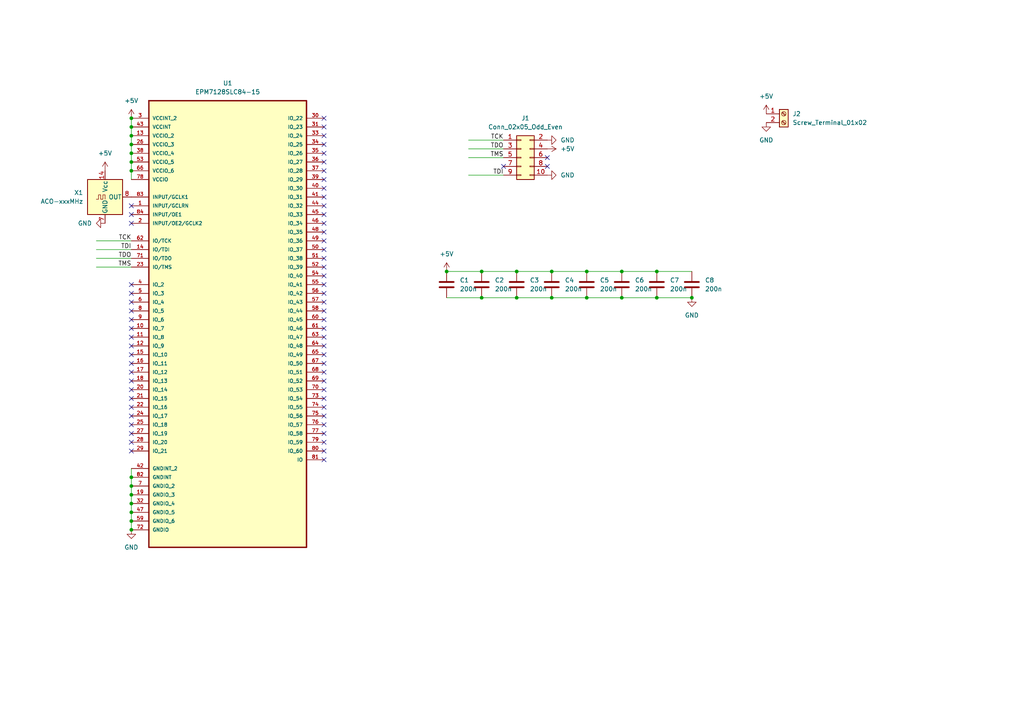
<source format=kicad_sch>
(kicad_sch (version 20230121) (generator eeschema)
  (paper "A4")
  (lib_symbols
    (symbol "Connector:Screw_Terminal_01x02" (pin_names (offset 1.016) hide)
      (property "Reference" "J" (at 0 2.54 0))
      (property "Value" "Screw_Terminal_01x02" (at 0 -5.08 0))
      (symbol "Screw_Terminal_01x02_1_1"
        (rectangle (start -1.27 1.27) (end 1.27 -3.81) (stroke (width 0.254)) (fill (type background)))
        (circle (center 0 -2.54) (radius 0.635) (stroke (width 0.1524)))
        (polyline (pts (xy -0.5334 -2.2098) (xy 0.3302 -3.048)) (stroke (width 0.1524)))
        (polyline (pts (xy -0.5334 0.3302) (xy 0.3302 -0.508)) (stroke (width 0.1524)))
        (polyline (pts (xy -0.3556 -2.032) (xy 0.508 -2.8702)) (stroke (width 0.1524)))
        (polyline (pts (xy -0.3556 0.508) (xy 0.508 -0.3302)) (stroke (width 0.1524)))
        (circle (center 0 0) (radius 0.635) (stroke (width 0.1524)))
        (pin passive line (at -5.08 0 0) (length 3.81) (name "Pin_1") (number "1"))
        (pin passive line (at -5.08 -2.54 0) (length 3.81) (name "Pin_2") (number "2"))
      )
    )
    (symbol "Connector_Generic:Conn_02x05_Odd_Even" (pin_names (offset 1.016) hide)
      (property "Reference" "J" (at 1.27 7.62 0))
      (property "Value" "Conn_02x05_Odd_Even" (at 1.27 -7.62 0))
      (symbol "Conn_02x05_Odd_Even_1_1"
        (rectangle (start -1.27 -4.953) (end 0 -5.207) (stroke (width 0.1524)))
        (rectangle (start -1.27 -2.413) (end 0 -2.667) (stroke (width 0.1524)))
        (rectangle (start -1.27 0.127) (end 0 -0.127) (stroke (width 0.1524)))
        (rectangle (start -1.27 2.667) (end 0 2.413) (stroke (width 0.1524)))
        (rectangle (start -1.27 5.207) (end 0 4.953) (stroke (width 0.1524)))
        (rectangle (start -1.27 6.35) (end 3.81 -6.35) (stroke (width 0.254)) (fill (type background)))
        (rectangle (start 3.81 -4.953) (end 2.54 -5.207) (stroke (width 0.1524)))
        (rectangle (start 3.81 -2.413) (end 2.54 -2.667) (stroke (width 0.1524)))
        (rectangle (start 3.81 0.127) (end 2.54 -0.127) (stroke (width 0.1524)))
        (rectangle (start 3.81 2.667) (end 2.54 2.413) (stroke (width 0.1524)))
        (rectangle (start 3.81 5.207) (end 2.54 4.953) (stroke (width 0.1524)))
        (pin passive line (at -5.08 5.08 0) (length 3.81) (name "Pin_1") (number "1"))
        (pin passive line (at 7.62 -5.08 180) (length 3.81) (name "Pin_10") (number "10"))
        (pin passive line (at 7.62 5.08 180) (length 3.81) (name "Pin_2") (number "2"))
        (pin passive line (at -5.08 2.54 0) (length 3.81) (name "Pin_3") (number "3"))
        (pin passive line (at 7.62 2.54 180) (length 3.81) (name "Pin_4") (number "4"))
        (pin passive line (at -5.08 0 0) (length 3.81) (name "Pin_5") (number "5"))
        (pin passive line (at 7.62 0 180) (length 3.81) (name "Pin_6") (number "6"))
        (pin passive line (at -5.08 -2.54 0) (length 3.81) (name "Pin_7") (number "7"))
        (pin passive line (at 7.62 -2.54 180) (length 3.81) (name "Pin_8") (number "8"))
        (pin passive line (at -5.08 -5.08 0) (length 3.81) (name "Pin_9") (number "9"))
      )
    )
    (symbol "Device:C" (pin_numbers hide) (pin_names (offset 0.254))
      (property "Reference" "C" (at 0.635 2.54 0))
      (property "Value" "C" (at 0.635 -2.54 0))
      (symbol "C_0_1"
        (polyline (pts (xy -2.032 -0.762) (xy 2.032 -0.762)) (stroke (width 0.508)))
        (polyline (pts (xy -2.032 0.762) (xy 2.032 0.762)) (stroke (width 0.508)))
      )
      (symbol "C_1_1"
        (pin passive line (at 0 3.81 270) (length 2.794) (name "~") (number "1"))
        (pin passive line (at 0 -3.81 90) (length 2.794) (name "~") (number "2"))
      )
    )
    (symbol "EPM7128SLC84-15:EPM7128SLC84-15" (pin_names (offset 1.016))
      (property "Reference" "U" (at -5.3672 65.0935 0))
      (property "Value" "EPM7128SLC84-15" (at -5.497 -74.6679 0))
      (symbol "EPM7128SLC84-15_0_0"
        (rectangle (start -22.86 -68.58) (end 22.86 60.96) (stroke (width 0.4064)) (fill (type background)))
        (pin input line (at -27.94 30.48 0) (length 5.08) (name "INPUT/GCLRN") (number "1"))
        (pin bidirectional line (at -27.94 -5.08 0) (length 5.08) (name "IO_7") (number "10"))
        (pin bidirectional line (at -27.94 -7.62 0) (length 5.08) (name "IO_8") (number "11"))
        (pin bidirectional line (at -27.94 -10.16 0) (length 5.08) (name "IO_9") (number "12"))
        (pin power_in line (at -27.94 50.8 0) (length 5.08) (name "VCCIO_2") (number "13"))
        (pin bidirectional line (at -27.94 17.78 0) (length 5.08) (name "IO/TDI") (number "14"))
        (pin bidirectional line (at -27.94 -12.7 0) (length 5.08) (name "IO_10") (number "15"))
        (pin bidirectional line (at -27.94 -15.24 0) (length 5.08) (name "IO_11") (number "16"))
        (pin bidirectional line (at -27.94 -17.78 0) (length 5.08) (name "IO_12") (number "17"))
        (pin bidirectional line (at -27.94 -20.32 0) (length 5.08) (name "IO_13") (number "18"))
        (pin passive line (at -27.94 -53.34 0) (length 5.08) (name "GNDIO_3") (number "19"))
        (pin input line (at -27.94 25.4 0) (length 5.08) (name "INPUT/OE2/GCLK2") (number "2"))
        (pin bidirectional line (at -27.94 -22.86 0) (length 5.08) (name "IO_14") (number "20"))
        (pin bidirectional line (at -27.94 -25.4 0) (length 5.08) (name "IO_15") (number "21"))
        (pin bidirectional line (at -27.94 -27.94 0) (length 5.08) (name "IO_16") (number "22"))
        (pin bidirectional line (at -27.94 12.7 0) (length 5.08) (name "IO/TMS") (number "23"))
        (pin bidirectional line (at -27.94 -30.48 0) (length 5.08) (name "IO_17") (number "24"))
        (pin bidirectional line (at -27.94 -33.02 0) (length 5.08) (name "IO_18") (number "25"))
        (pin power_in line (at -27.94 48.26 0) (length 5.08) (name "VCCIO_3") (number "26"))
        (pin bidirectional line (at -27.94 -35.56 0) (length 5.08) (name "IO_19") (number "27"))
        (pin bidirectional line (at -27.94 -38.1 0) (length 5.08) (name "IO_20") (number "28"))
        (pin bidirectional line (at -27.94 -40.64 0) (length 5.08) (name "IO_21") (number "29"))
        (pin power_in line (at -27.94 55.88 0) (length 5.08) (name "VCCINT_2") (number "3"))
        (pin bidirectional line (at 27.94 55.88 180) (length 5.08) (name "IO_22") (number "30"))
        (pin bidirectional line (at 27.94 53.34 180) (length 5.08) (name "IO_23") (number "31"))
        (pin passive line (at -27.94 -55.88 0) (length 5.08) (name "GNDIO_4") (number "32"))
        (pin bidirectional line (at 27.94 50.8 180) (length 5.08) (name "IO_24") (number "33"))
        (pin bidirectional line (at 27.94 48.26 180) (length 5.08) (name "IO_25") (number "34"))
        (pin bidirectional line (at 27.94 45.72 180) (length 5.08) (name "IO_26") (number "35"))
        (pin bidirectional line (at 27.94 43.18 180) (length 5.08) (name "IO_27") (number "36"))
        (pin bidirectional line (at 27.94 40.64 180) (length 5.08) (name "IO_28") (number "37"))
        (pin power_in line (at -27.94 45.72 0) (length 5.08) (name "VCCIO_4") (number "38"))
        (pin bidirectional line (at 27.94 38.1 180) (length 5.08) (name "IO_29") (number "39"))
        (pin bidirectional line (at -27.94 7.62 0) (length 5.08) (name "IO_2") (number "4"))
        (pin bidirectional line (at 27.94 35.56 180) (length 5.08) (name "IO_30") (number "40"))
        (pin bidirectional line (at 27.94 33.02 180) (length 5.08) (name "IO_31") (number "41"))
        (pin passive line (at -27.94 -45.72 0) (length 5.08) (name "GNDINT_2") (number "42"))
        (pin power_in line (at -27.94 53.34 0) (length 5.08) (name "VCCINT") (number "43"))
        (pin bidirectional line (at 27.94 30.48 180) (length 5.08) (name "IO_32") (number "44"))
        (pin bidirectional line (at 27.94 27.94 180) (length 5.08) (name "IO_33") (number "45"))
        (pin bidirectional line (at 27.94 25.4 180) (length 5.08) (name "IO_34") (number "46"))
        (pin passive line (at -27.94 -58.42 0) (length 5.08) (name "GNDIO_5") (number "47"))
        (pin bidirectional line (at 27.94 22.86 180) (length 5.08) (name "IO_35") (number "48"))
        (pin bidirectional line (at 27.94 20.32 180) (length 5.08) (name "IO_36") (number "49"))
        (pin bidirectional line (at -27.94 5.08 0) (length 5.08) (name "IO_3") (number "5"))
        (pin bidirectional line (at 27.94 17.78 180) (length 5.08) (name "IO_37") (number "50"))
        (pin bidirectional line (at 27.94 15.24 180) (length 5.08) (name "IO_38") (number "51"))
        (pin bidirectional line (at 27.94 12.7 180) (length 5.08) (name "IO_39") (number "52"))
        (pin power_in line (at -27.94 43.18 0) (length 5.08) (name "VCCIO_5") (number "53"))
        (pin bidirectional line (at 27.94 10.16 180) (length 5.08) (name "IO_40") (number "54"))
        (pin bidirectional line (at 27.94 7.62 180) (length 5.08) (name "IO_41") (number "55"))
        (pin bidirectional line (at 27.94 5.08 180) (length 5.08) (name "IO_42") (number "56"))
        (pin bidirectional line (at 27.94 2.54 180) (length 5.08) (name "IO_43") (number "57"))
        (pin bidirectional line (at 27.94 0 180) (length 5.08) (name "IO_44") (number "58"))
        (pin passive line (at -27.94 -60.96 0) (length 5.08) (name "GNDIO_6") (number "59"))
        (pin bidirectional line (at -27.94 2.54 0) (length 5.08) (name "IO_4") (number "6"))
        (pin bidirectional line (at 27.94 -2.54 180) (length 5.08) (name "IO_45") (number "60"))
        (pin bidirectional line (at 27.94 -5.08 180) (length 5.08) (name "IO_46") (number "61"))
        (pin bidirectional line (at -27.94 20.32 0) (length 5.08) (name "IO/TCK") (number "62"))
        (pin bidirectional line (at 27.94 -7.62 180) (length 5.08) (name "IO_47") (number "63"))
        (pin bidirectional line (at 27.94 -10.16 180) (length 5.08) (name "IO_48") (number "64"))
        (pin bidirectional line (at 27.94 -12.7 180) (length 5.08) (name "IO_49") (number "65"))
        (pin power_in line (at -27.94 40.64 0) (length 5.08) (name "VCCIO_6") (number "66"))
        (pin bidirectional line (at 27.94 -15.24 180) (length 5.08) (name "IO_50") (number "67"))
        (pin bidirectional line (at 27.94 -17.78 180) (length 5.08) (name "IO_51") (number "68"))
        (pin bidirectional line (at 27.94 -20.32 180) (length 5.08) (name "IO_52") (number "69"))
        (pin passive line (at -27.94 -50.8 0) (length 5.08) (name "GNDIO_2") (number "7"))
        (pin bidirectional line (at 27.94 -22.86 180) (length 5.08) (name "IO_53") (number "70"))
        (pin bidirectional line (at -27.94 15.24 0) (length 5.08) (name "IO/TDO") (number "71"))
        (pin passive line (at -27.94 -63.5 0) (length 5.08) (name "GNDIO") (number "72"))
        (pin bidirectional line (at 27.94 -25.4 180) (length 5.08) (name "IO_54") (number "73"))
        (pin bidirectional line (at 27.94 -27.94 180) (length 5.08) (name "IO_55") (number "74"))
        (pin bidirectional line (at 27.94 -30.48 180) (length 5.08) (name "IO_56") (number "75"))
        (pin bidirectional line (at 27.94 -33.02 180) (length 5.08) (name "IO_57") (number "76"))
        (pin bidirectional line (at 27.94 -35.56 180) (length 5.08) (name "IO_58") (number "77"))
        (pin power_in line (at -27.94 38.1 0) (length 5.08) (name "VCCIO") (number "78"))
        (pin bidirectional line (at 27.94 -38.1 180) (length 5.08) (name "IO_59") (number "79"))
        (pin bidirectional line (at -27.94 0 0) (length 5.08) (name "IO_5") (number "8"))
        (pin bidirectional line (at 27.94 -40.64 180) (length 5.08) (name "IO_60") (number "80"))
        (pin bidirectional line (at 27.94 -43.18 180) (length 5.08) (name "IO") (number "81"))
        (pin passive line (at -27.94 -48.26 0) (length 5.08) (name "GNDINT") (number "82"))
        (pin input line (at -27.94 33.02 0) (length 5.08) (name "INPUT/GCLK1") (number "83"))
        (pin input line (at -27.94 27.94 0) (length 5.08) (name "INPUT/OE1") (number "84"))
        (pin bidirectional line (at -27.94 -2.54 0) (length 5.08) (name "IO_6") (number "9"))
      )
    )
    (symbol "Oscillator:ACO-xxxMHz" (pin_names (offset 0.254))
      (property "Reference" "X" (at -5.08 6.35 0))
      (property "Value" "ACO-xxxMHz" (at 1.27 -6.35 0))
      (symbol "ACO-xxxMHz_0_1"
        (rectangle (start -5.08 5.08) (end 5.08 -5.08) (stroke (width 0.254)) (fill (type background)))
        (polyline (pts (xy -2.54 -0.635) (xy -1.905 -0.635) (xy -1.905 0.635) (xy -1.27 0.635) (xy -1.27 -0.635) (xy -0.635 -0.635) (xy -0.635 0.635) (xy 0 0.635) (xy 0 -0.635)))
      )
      (symbol "ACO-xxxMHz_1_1"
        (pin no_connect line (at -5.08 2.54 0) (length 2.54) hide (name "NC") (number "1"))
        (pin power_in line (at 0 7.62 270) (length 2.54) (name "Vcc") (number "14"))
        (pin power_in line (at 0 -7.62 90) (length 2.54) (name "GND") (number "7"))
        (pin output line (at 7.62 0 180) (length 2.54) (name "OUT") (number "8"))
      )
    )
    (symbol "power:+5V" (power) (pin_names (offset 0))
      (property "Value" "+5V" (at 0 3.556 0))
      (symbol "+5V_0_1"
        (polyline (pts (xy -0.762 1.27) (xy 0 2.54)))
        (polyline (pts (xy 0 0) (xy 0 2.54)))
        (polyline (pts (xy 0 2.54) (xy 0.762 1.27)))
      )
      (symbol "+5V_1_1"
        (pin power_in line (at 0 0 90) (length 0) hide (name "+5V") (number "1"))
      )
    )
    (symbol "power:GND" (power) (pin_names (offset 0))
      (property "Value" "GND" (at 0 -3.81 0))
      (symbol "GND_0_1"
        (polyline (pts (xy 0 0) (xy 0 -1.27) (xy 1.27 -1.27) (xy 0 -2.54) (xy -1.27 -1.27) (xy 0 -1.27)))
      )
      (symbol "GND_1_1"
        (pin power_in line (at 0 0 270) (length 0) hide (name "GND") (number "1"))
      )
    )
  )
  (junction (at 160.02 86.36))
  (junction (at 38.1 151.13))
  (junction (at 38.1 49.53))
  (junction (at 149.86 86.36))
  (junction (at 200.66 86.36))
  (junction (at 180.34 78.74))
  (junction (at 38.1 140.97))
  (junction (at 38.1 148.59))
  (junction (at 38.1 36.83))
  (junction (at 129.54 78.74))
  (junction (at 190.5 78.74))
  (junction (at 190.5 86.36))
  (junction (at 180.34 86.36))
  (junction (at 149.86 78.74))
  (junction (at 139.7 86.36))
  (junction (at 38.1 143.51))
  (junction (at 38.1 44.45))
  (junction (at 170.18 86.36))
  (junction (at 38.1 146.05))
  (junction (at 38.1 41.91))
  (junction (at 170.18 78.74))
  (junction (at 160.02 78.74))
  (junction (at 38.1 153.67))
  (junction (at 139.7 78.74))
  (junction (at 38.1 46.99))
  (junction (at 38.1 34.29))
  (junction (at 38.1 39.37))
  (junction (at 38.1 138.43))
  (no_connect (at 38.1 82.55))
  (no_connect (at 93.98 92.71))
  (no_connect (at 93.98 113.03))
  (no_connect (at 38.1 130.81))
  (no_connect (at 93.98 130.81))
  (no_connect (at 93.98 115.57))
  (no_connect (at 93.98 100.33))
  (no_connect (at 93.98 44.45))
  (no_connect (at 38.1 92.71))
  (no_connect (at 38.1 62.23))
  (no_connect (at 93.98 125.73))
  (no_connect (at 38.1 128.27))
  (no_connect (at 93.98 74.93))
  (no_connect (at 93.98 105.41))
  (no_connect (at 93.98 52.07))
  (no_connect (at 93.98 59.69))
  (no_connect (at 38.1 97.79))
  (no_connect (at 38.1 85.09))
  (no_connect (at 93.98 36.83))
  (no_connect (at 93.98 102.87))
  (no_connect (at 93.98 34.29))
  (no_connect (at 93.98 77.47))
  (no_connect (at 93.98 110.49))
  (no_connect (at 93.98 67.31))
  (no_connect (at 93.98 39.37))
  (no_connect (at 38.1 110.49))
  (no_connect (at 146.05 48.26))
  (no_connect (at 38.1 59.69))
  (no_connect (at 38.1 125.73))
  (no_connect (at 93.98 133.35))
  (no_connect (at 38.1 113.03))
  (no_connect (at 38.1 100.33))
  (no_connect (at 93.98 95.25))
  (no_connect (at 158.75 48.26))
  (no_connect (at 38.1 95.25))
  (no_connect (at 38.1 105.41))
  (no_connect (at 93.98 118.11))
  (no_connect (at 38.1 120.65))
  (no_connect (at 93.98 87.63))
  (no_connect (at 93.98 64.77))
  (no_connect (at 38.1 64.77))
  (no_connect (at 93.98 97.79))
  (no_connect (at 38.1 115.57))
  (no_connect (at 93.98 54.61))
  (no_connect (at 158.75 45.72))
  (no_connect (at 93.98 57.15))
  (no_connect (at 93.98 85.09))
  (no_connect (at 38.1 107.95))
  (no_connect (at 93.98 128.27))
  (no_connect (at 93.98 82.55))
  (no_connect (at 93.98 107.95))
  (no_connect (at 93.98 69.85))
  (no_connect (at 38.1 102.87))
  (no_connect (at 93.98 80.01))
  (no_connect (at 93.98 49.53))
  (no_connect (at 93.98 62.23))
  (no_connect (at 93.98 90.17))
  (no_connect (at 38.1 118.11))
  (no_connect (at 38.1 90.17))
  (no_connect (at 93.98 46.99))
  (no_connect (at 93.98 120.65))
  (no_connect (at 38.1 87.63))
  (no_connect (at 38.1 123.19))
  (no_connect (at 93.98 72.39))
  (no_connect (at 93.98 41.91))
  (no_connect (at 93.98 123.19))
  (wire (pts (xy 38.1 46.99) (xy 38.1 49.53)))
  (wire (pts (xy 38.1 148.59) (xy 38.1 151.13)))
  (wire (pts (xy 129.54 86.36) (xy 139.7 86.36)))
  (wire (pts (xy 135.89 40.64) (xy 146.05 40.64)))
  (wire (pts (xy 160.02 86.36) (xy 170.18 86.36)))
  (wire (pts (xy 38.1 36.83) (xy 38.1 39.37)))
  (wire (pts (xy 27.94 69.85) (xy 38.1 69.85)))
  (wire (pts (xy 38.1 140.97) (xy 38.1 143.51)))
  (wire (pts (xy 27.94 74.93) (xy 38.1 74.93)))
  (wire (pts (xy 139.7 86.36) (xy 149.86 86.36)))
  (wire (pts (xy 170.18 86.36) (xy 180.34 86.36)))
  (wire (pts (xy 135.89 45.72) (xy 146.05 45.72)))
  (wire (pts (xy 129.54 78.74) (xy 139.7 78.74)))
  (wire (pts (xy 139.7 78.74) (xy 149.86 78.74)))
  (wire (pts (xy 38.1 135.89) (xy 38.1 138.43)))
  (wire (pts (xy 38.1 44.45) (xy 38.1 46.99)))
  (wire (pts (xy 160.02 78.74) (xy 170.18 78.74)))
  (wire (pts (xy 38.1 41.91) (xy 38.1 44.45)))
  (wire (pts (xy 38.1 146.05) (xy 38.1 148.59)))
  (wire (pts (xy 38.1 39.37) (xy 38.1 41.91)))
  (wire (pts (xy 190.5 86.36) (xy 200.66 86.36)))
  (wire (pts (xy 38.1 49.53) (xy 38.1 52.07)))
  (wire (pts (xy 180.34 86.36) (xy 190.5 86.36)))
  (wire (pts (xy 190.5 78.74) (xy 200.66 78.74)))
  (wire (pts (xy 149.86 78.74) (xy 160.02 78.74)))
  (wire (pts (xy 180.34 78.74) (xy 190.5 78.74)))
  (wire (pts (xy 135.89 50.8) (xy 146.05 50.8)))
  (wire (pts (xy 27.94 72.39) (xy 38.1 72.39)))
  (wire (pts (xy 38.1 34.29) (xy 38.1 36.83)))
  (wire (pts (xy 149.86 86.36) (xy 160.02 86.36)))
  (wire (pts (xy 170.18 78.74) (xy 180.34 78.74)))
  (wire (pts (xy 38.1 138.43) (xy 38.1 140.97)))
  (wire (pts (xy 135.89 43.18) (xy 146.05 43.18)))
  (wire (pts (xy 27.94 77.47) (xy 38.1 77.47)))
  (wire (pts (xy 38.1 143.51) (xy 38.1 146.05)))
  (wire (pts (xy 38.1 151.13) (xy 38.1 153.67)))
  (label "TMS" (at 38.1 77.47 180))
  (label "TDO" (at 38.1 74.93 180))
  (label "TDO" (at 146.05 43.18 180))
  (label "TMS" (at 146.05 45.72 180))
  (label "TDI" (at 38.1 72.39 180))
  (label "TCK" (at 38.1 69.85 180))
  (label "TDI" (at 146.05 50.8 180))
  (label "TCK" (at 146.05 40.64 180))
  (symbol (lib_id "power:GND") (at 158.75 50.8 90) (unit 1)
    (property "Reference" "#PWR02" (effects hide))
    (property "Value" "GND" (at 162.56 50.8 90) (effects (justify right)))
  )
  (symbol (lib_id "Device:C") (at 180.34 82.55 180) (unit 1)
    (property "Reference" "C6" (at 184.15 81.28 0) (effects (justify right)))
    (property "Value" "200n" (at 184.15 83.82 0) (effects (justify right)))
    (property "Footprint" "Capacitor_THT:C_Disc_D3.0mm_W1.6mm_P2.50mm" (effects hide))
  )
  (symbol (lib_id "Device:C") (at 139.7 82.55 180) (unit 1)
    (property "Reference" "C2" (at 143.51 81.28 0) (effects (justify right)))
    (property "Value" "200n" (at 143.51 83.82 0) (effects (justify right)))
    (property "Footprint" "Capacitor_THT:C_Disc_D3.0mm_W1.6mm_P2.50mm" (effects hide))
  )
  (symbol (lib_id "power:+5V") (at 129.54 78.74 0) (unit 1)
    (property "Reference" "#PWR04" (effects hide))
    (property "Value" "+5V" (at 129.54 73.66 0))
  )
  (symbol (lib_id "Device:C") (at 190.5 82.55 180) (unit 1)
    (property "Reference" "C7" (at 194.31 81.28 0) (effects (justify right)))
    (property "Value" "200n" (at 194.31 83.82 0) (effects (justify right)))
    (property "Footprint" "Capacitor_THT:C_Disc_D3.0mm_W1.6mm_P2.50mm" (effects hide))
  )
  (symbol (lib_id "power:GND") (at 200.66 86.36 0) (unit 1)
    (property "Reference" "#PWR05" (effects hide))
    (property "Value" "GND" (at 200.66 91.44 0))
  )
  (symbol (lib_id "Device:C") (at 170.18 82.55 180) (unit 1)
    (property "Reference" "C5" (at 173.99 81.28 0) (effects (justify right)))
    (property "Value" "200n" (at 173.99 83.82 0) (effects (justify right)))
    (property "Footprint" "Capacitor_THT:C_Disc_D3.0mm_W1.6mm_P2.50mm" (effects hide))
  )
  (symbol (lib_id "Device:C") (at 160.02 82.55 180) (unit 1)
    (property "Reference" "C4" (at 163.83 81.28 0) (effects (justify right)))
    (property "Value" "200n" (at 163.83 83.82 0) (effects (justify right)))
    (property "Footprint" "Capacitor_THT:C_Disc_D3.0mm_W1.6mm_P2.50mm" (effects hide))
  )
  (symbol (lib_id "Oscillator:ACO-xxxMHz") (at 30.48 57.15 0) (unit 1)
    (property "Reference" "X1" (at 24.13 55.88 0) (effects (justify right)))
    (property "Value" "ACO-xxxMHz" (at 24.13 58.42 0) (effects (justify right)))
    (property "Footprint" "Oscillator:Oscillator_DIP-14" (effects hide))
    (property "Datasheet" "http://www.conwin.com/datasheets/cx/cx030.pdf" (effects hide))
  )
  (symbol (lib_id "power:+5V") (at 38.1 34.29 0) (unit 1)
    (property "Reference" "#PWR06" (effects hide))
    (property "Value" "+5V" (at 38.1 29.21 0))
  )
  (symbol (lib_id "Device:C") (at 129.54 82.55 180) (unit 1)
    (property "Reference" "C1" (at 133.35 81.28 0) (effects (justify right)))
    (property "Value" "200n" (at 133.35 83.82 0) (effects (justify right)))
    (property "Footprint" "Capacitor_THT:C_Disc_D3.0mm_W1.6mm_P2.50mm" (effects hide))
  )
  (symbol (lib_id "power:GND") (at 222.25 35.56 0) (unit 1)
    (property "Reference" "#PWR09" (effects hide))
    (property "Value" "GND" (at 222.25 40.64 0))
  )
  (symbol (lib_id "Connector_Generic:Conn_02x05_Odd_Even") (at 151.13 45.72 0) (unit 1)
    (property "Reference" "J1" (at 152.4 34.29 0))
    (property "Value" "Conn_02x05_Odd_Even" (at 152.4 36.83 0))
    (property "Footprint" "Connector_IDC:IDC-Header_2x05_P2.54mm_Vertical" (effects hide))
  )
  (symbol (lib_id "power:+5V") (at 222.25 33.02 0) (unit 1)
    (property "Reference" "#PWR08" (effects hide))
    (property "Value" "+5V" (at 222.25 27.94 0))
  )
  (symbol (lib_id "EPM7128SLC84-15:EPM7128SLC84-15") (at 66.04 90.17 0) (unit 1)
    (property "Reference" "U1" (at 66.04 24.13 0))
    (property "Value" "EPM7128SLC84-15" (at 66.04 26.67 0))
    (property "Footprint" "Package_LCC:PLCC-84_THT-Socket" (effects hide))
    (property "MF" "Intel" (effects hide))
    (property "Description" "\nIC CPLD 128MC 15NS 84PLCC\n" (effects hide))
    (property "PACKAGE" "PLCC-84" (effects hide))
    (property "MPN" "EPM7128SLC84-15" (effects hide))
    (property "Price" "None" (effects hide))
    (property "Package" "PLCC-84 Altera" (effects hide))
    (property "OC_FARNELL" "1772141" (effects hide))
    (property "SnapEDA_Link" "https://www.snapeda.com/parts/EPM7128SLC84-15/Intel/view-part/?ref=snap" (effects hide))
    (property "MP" "EPM7128SLC84-15" (effects hide))
    (property "Purchase-URL" "https://pricing.snapeda.com/search?q=EPM7128SLC84-15&ref=eda" (effects hide))
    (property "SUPPLIER" "ALTERA" (effects hide))
    (property "OC_NEWARK" "51R0528" (effects hide))
    (property "Availability" "In Stock" (effects hide))
    (property "Check_prices" "https://www.snapeda.com/parts/EPM7128SLC84-15/Intel/view-part/?ref=eda" (effects hide))
  )
  (symbol (lib_id "power:GND") (at 30.48 64.77 270) (unit 1)
    (property "Reference" "#PWR010" (effects hide))
    (property "Value" "GND" (at 26.67 64.77 90) (effects (justify right)))
  )
  (symbol (lib_id "Device:C") (at 200.66 82.55 180) (unit 1)
    (property "Reference" "C8" (at 204.47 81.28 0) (effects (justify right)))
    (property "Value" "200n" (at 204.47 83.82 0) (effects (justify right)))
    (property "Footprint" "Capacitor_THT:C_Disc_D3.0mm_W1.6mm_P2.50mm" (effects hide))
  )
  (symbol (lib_id "power:GND") (at 158.75 40.64 90) (unit 1)
    (property "Reference" "#PWR01" (effects hide))
    (property "Value" "GND" (at 162.56 40.64 90) (effects (justify right)))
  )
  (symbol (lib_id "power:+5V") (at 158.75 43.18 270) (unit 1)
    (property "Reference" "#PWR03" (effects hide))
    (property "Value" "+5V" (at 162.56 43.18 90) (effects (justify left)))
  )
  (symbol (lib_id "Connector:Screw_Terminal_01x02") (at 227.33 33.02 0) (unit 1)
    (property "Reference" "J2" (at 229.87 33.02 0) (effects (justify left)))
    (property "Value" "Screw_Terminal_01x02" (at 229.87 35.56 0) (effects (justify left)))
    (property "Footprint" "TerminalBlock:TerminalBlock_Altech_AK300-2_P5.00mm" (effects hide))
  )
  (symbol (lib_id "power:+5V") (at 30.48 49.53 0) (unit 1)
    (property "Reference" "#PWR011" (effects hide))
    (property "Value" "+5V" (at 30.48 44.45 0))
  )
  (symbol (lib_id "Device:C") (at 149.86 82.55 180) (unit 1)
    (property "Reference" "C3" (at 153.67 81.28 0) (effects (justify right)))
    (property "Value" "200n" (at 153.67 83.82 0) (effects (justify right)))
    (property "Footprint" "Capacitor_THT:C_Disc_D3.0mm_W1.6mm_P2.50mm" (effects hide))
  )
  (symbol (lib_id "power:GND") (at 38.1 153.67 0) (unit 1)
    (property "Reference" "#PWR07" (effects hide))
    (property "Value" "GND" (at 38.1 158.75 0))
  )
)
</source>
